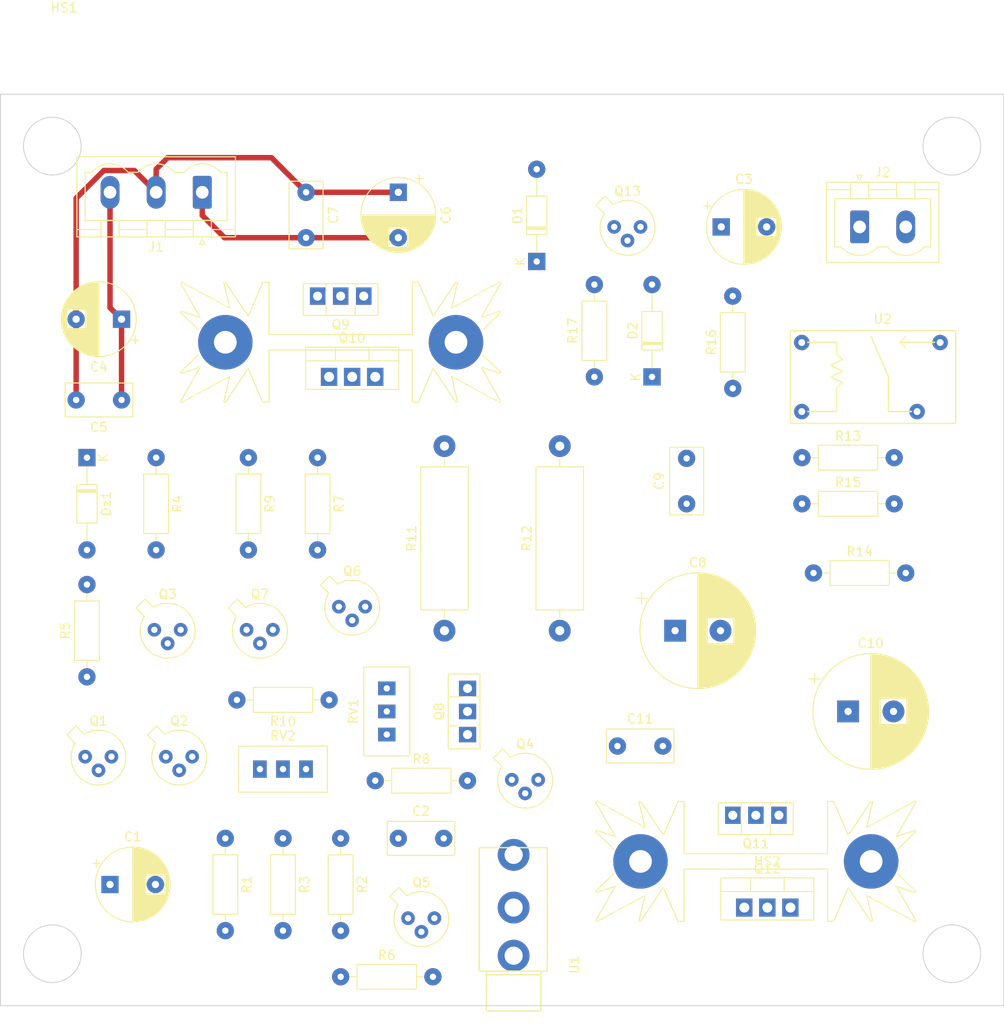
<source format=kicad_pcb>
(kicad_pcb (version 20171130) (host pcbnew "(5.1.9)-1")
  (title_block (title "Ampli Audio") (date 2021-03-17) (rev V0) (company "INSA GEI") (comment 1 "Auteurs : CROUARD - HATIBI"))
  (layers (0 F.Cu signal) (31 B.Cu signal) (34 B.Paste user) (35 F.Paste user) (36 B.SilkS user) (37 F.SilkS user) (38 B.Mask user) (39 F.Mask user) (44 Edge.Cuts user))
  (net 0 "")
  (net 1 "Net-(C1-Pad1)")
  (net 2 "Net-(C1-Pad2)")
  (net 3 "Net-(C2-Pad2)")
  (net 4 "Net-(C2-Pad1)")
  (net 5 -12V)
  (net 6 "Net-(C3-Pad1)")
  (net 7 +12V)
  (net 8 GND)
  (net 9 "Net-(D1-Pad2)")
  (net 10 "Net-(D2-Pad1)")
  (net 11 "Net-(Dz1-Pad2)")
  (net 12 "Net-(J2-Pad1)")
  (net 13 "Net-(Q1-Pad1)")
  (net 14 "Net-(Q2-Pad3)")
  (net 15 "Net-(Q2-Pad2)")
  (net 16 "Net-(Q3-Pad1)")
  (net 17 "Net-(Q4-Pad1)")
  (net 18 "Net-(Q5-Pad1)")
  (net 19 "Net-(Q6-Pad1)")
  (net 20 "Net-(Q6-Pad2)")
  (net 21 "Net-(Q6-Pad3)")
  (net 22 "Net-(Q7-Pad1)")
  (net 23 "Net-(Q8-Pad3)")
  (net 24 "Net-(Q10-Pad1)")
  (net 25 "Net-(Q10-Pad2)")
  (net 26 "Net-(Q11-Pad1)")
  (net 27 "Net-(Q11-Pad2)")
  (net 28 "Net-(R8-Pad2)")
  (net 29 "Net-(R10-Pad2)")
  (net 30 "Net-(R11-Pad2)")
  (net 31 "Net-(U1-PadTN)")
  (module CmpAmpliAudio:CP_Radial_D8.0mm_P5.00mm (layer F.Cu) (at 110.49 129.54)
    (fp_text reference C1 (at 2.5 -5.25) (layer F.SilkS))
    (fp_text value 47µ)
    (pad 1 thru_hole rect (at 0 0) (size 1.9 1.9) (drill 0.8) (layers *.Cu *.Mask) (net 1 "Net-(C1-Pad1)"))
    (pad 2 thru_hole circle (at 5 0) (size 1.9 1.9) (drill 0.8) (layers *.Cu *.Mask) (net 2 "Net-(C1-Pad2)"))
  )
  (module CmpAmpliAudio:C_Rect_L7.2mm_W3.5mm_P5.00mm_FKS2_FKP2_MKS2_MKP2 (layer F.Cu) (at 142.24 124.46)
    (fp_text reference C2 (at 2.5 -3) (layer F.SilkS))
    (fp_text value C)
    (pad 2 thru_hole circle (at 5 0) (size 1.9 1.9) (drill 0.7) (layers *.Cu *.Mask) (net 3 "Net-(C2-Pad2)"))
    (pad 1 thru_hole circle (at 0 0) (size 1.9 1.9) (drill 0.7) (layers *.Cu *.Mask) (net 4 "Net-(C2-Pad1)"))
  )
  (module CmpAmpliAudio:CP_Radial_D8.0mm_P5.00mm (layer F.Cu) (at 177.8 57.15)
    (fp_text reference C3 (at 2.5 -5.25) (layer F.SilkS))
    (fp_text value 47µ)
    (pad 2 thru_hole circle (at 5 0) (size 1.9 1.9) (drill 0.8) (layers *.Cu *.Mask) (net 5 -12V))
    (pad 1 thru_hole rect (at 0 0) (size 1.9 1.9) (drill 0.8) (layers *.Cu *.Mask) (net 6 "Net-(C3-Pad1)"))
  )
  (module CmpAmpliAudio:CP_Radial_D8.0mm_P5.00mm (layer F.Cu) (at 111.76 67.31 180)
    (fp_text reference C4 (at 2.5 -5.25) (layer F.SilkS))
    (fp_text value 10µ)
    (pad 1 thru_hole rect (at 0 0 180) (size 1.9 1.9) (drill 0.8) (layers *.Cu *.Mask) (net 7 +12V))
    (pad 2 thru_hole circle (at 5 0 180) (size 1.9 1.9) (drill 0.8) (layers *.Cu *.Mask) (net 8 GND))
  )
  (module CmpAmpliAudio:C_Rect_L7.2mm_W3.5mm_P5.00mm_FKS2_FKP2_MKS2_MKP2 (layer F.Cu) (at 111.76 76.2 180)
    (fp_text reference C5 (at 2.5 -3) (layer F.SilkS))
    (fp_text value 100n)
    (pad 1 thru_hole circle (at 0 0 180) (size 1.9 1.9) (drill 0.7) (layers *.Cu *.Mask) (net 7 +12V))
    (pad 2 thru_hole circle (at 5 0 180) (size 1.9 1.9) (drill 0.7) (layers *.Cu *.Mask) (net 8 GND))
  )
  (module CmpAmpliAudio:CP_Radial_D8.0mm_P5.00mm (layer F.Cu) (at 142.24 53.34 270)
    (fp_text reference C6 (at 2.5 -5.25 90) (layer F.SilkS))
    (fp_text value 10µ)
    (pad 2 thru_hole circle (at 5 0 270) (size 1.9 1.9) (drill 0.8) (layers *.Cu *.Mask) (net 5 -12V))
    (pad 1 thru_hole rect (at 0 0 270) (size 1.9 1.9) (drill 0.8) (layers *.Cu *.Mask) (net 8 GND))
  )
  (module CmpAmpliAudio:C_Rect_L7.2mm_W3.5mm_P5.00mm_FKS2_FKP2_MKS2_MKP2 (layer F.Cu) (at 132.08 53.34 270)
    (fp_text reference C7 (at 2.5 -3 90) (layer F.SilkS))
    (fp_text value 100n)
    (pad 1 thru_hole circle (at 0 0 270) (size 1.9 1.9) (drill 0.7) (layers *.Cu *.Mask) (net 8 GND))
    (pad 2 thru_hole circle (at 5 0 270) (size 1.9 1.9) (drill 0.7) (layers *.Cu *.Mask) (net 5 -12V))
  )
  (module CmpAmpliAudio:CP_Radial_D12.5mm_P5.00mm (layer F.Cu) (at 172.72 101.6)
    (fp_text reference C8 (at 2.5 -7.5) (layer F.SilkS))
    (fp_text value 470µ)
    (pad 2 thru_hole circle (at 5 0) (size 2.4 2.4) (drill 0.8) (layers *.Cu *.Mask) (net 8 GND))
    (pad 1 thru_hole rect (at 0 0) (size 2.4 2.4) (drill 0.8) (layers *.Cu *.Mask) (net 7 +12V))
  )
  (module CmpAmpliAudio:C_Rect_L7.2mm_W3.5mm_P5.00mm_FKS2_FKP2_MKS2_MKP2 (layer F.Cu) (at 173.99 87.63 90)
    (fp_text reference C9 (at 2.5 -3 90) (layer F.SilkS))
    (fp_text value 100n)
    (pad 1 thru_hole circle (at 0 0 90) (size 1.9 1.9) (drill 0.7) (layers *.Cu *.Mask) (net 7 +12V))
    (pad 2 thru_hole circle (at 5 0 90) (size 1.9 1.9) (drill 0.7) (layers *.Cu *.Mask) (net 8 GND))
  )
  (module CmpAmpliAudio:CP_Radial_D12.5mm_P5.00mm (layer F.Cu) (at 191.77 110.49)
    (fp_text reference C10 (at 2.5 -7.5) (layer F.SilkS))
    (fp_text value 470µ)
    (pad 1 thru_hole rect (at 0 0) (size 2.4 2.4) (drill 0.8) (layers *.Cu *.Mask) (net 8 GND))
    (pad 2 thru_hole circle (at 5 0) (size 2.4 2.4) (drill 0.8) (layers *.Cu *.Mask) (net 5 -12V))
  )
  (module CmpAmpliAudio:C_Rect_L7.2mm_W3.5mm_P5.00mm_FKS2_FKP2_MKS2_MKP2 (layer F.Cu) (at 166.37 114.3)
    (fp_text reference C11 (at 2.5 -3) (layer F.SilkS))
    (fp_text value 100n)
    (pad 2 thru_hole circle (at 5 0) (size 1.9 1.9) (drill 0.7) (layers *.Cu *.Mask) (net 5 -12V))
    (pad 1 thru_hole circle (at 0 0) (size 1.9 1.9) (drill 0.7) (layers *.Cu *.Mask) (net 8 GND))
  )
  (module CmpAmpliAudio:D_DO-35_SOD27_P10.16mm_Horizontal (layer F.Cu) (at 157.48 60.96 90)
    (fp_text reference D1 (at 5.08 -2.12 90) (layer F.SilkS))
    (fp_text value 1N4148)
    (fp_text user K (at 0 -1.8 90) (layer F.SilkS))
    (pad 2 thru_hole oval (at 10.16 0 90) (size 1.9 1.9) (drill 0.7) (layers *.Cu *.Mask) (net 9 "Net-(D1-Pad2)"))
    (pad 1 thru_hole rect (at 0 0 90) (size 1.9 1.9) (drill 0.7) (layers *.Cu *.Mask) (net 7 +12V))
  )
  (module CmpAmpliAudio:D_DO-35_SOD27_P10.16mm_Horizontal (layer F.Cu) (at 170.18 73.66 90)
    (fp_text reference D2 (at 5.08 -2.12 90) (layer F.SilkS))
    (fp_text value 1N4148)
    (fp_text user K (at 0 -1.8 90) (layer F.SilkS))
    (pad 1 thru_hole rect (at 0 0 90) (size 1.9 1.9) (drill 0.7) (layers *.Cu *.Mask) (net 10 "Net-(D2-Pad1)"))
    (pad 2 thru_hole oval (at 10.16 0 90) (size 1.9 1.9) (drill 0.7) (layers *.Cu *.Mask) (net 6 "Net-(C3-Pad1)"))
  )
  (module CmpAmpliAudio:D_DO-35_SOD27_P10.16mm_Horizontal (layer F.Cu) (at 107.95 82.55 270)
    (fp_text reference Dz1 (at 5.08 -2.12 90) (layer F.SilkS))
    (fp_text value BZX55C5V1)
    (fp_text user K (at 0 -1.8 90) (layer F.SilkS))
    (pad 1 thru_hole rect (at 0 0 270) (size 1.9 1.9) (drill 0.7) (layers *.Cu *.Mask) (net 7 +12V))
    (pad 2 thru_hole oval (at 10.16 0 270) (size 1.9 1.9) (drill 0.7) (layers *.Cu *.Mask) (net 11 "Net-(Dz1-Pad2)"))
  )
  (module CmpAmpliAudio:Heatsink_Fischer_SK104-STC-STIC_35x13mm_2xDrill2.5mm (layer F.Cu) (at 135.89 69.85 180)
    (fp_text reference HS1 (at 30.48 36.83) (layer F.SilkS))
    (fp_text value Heatsink)
    (pad 1 thru_hole circle (at 12.7 0 180) (size 6 6) (drill 2.5) (layers *.Cu *.Mask))
    (pad 1 thru_hole circle (at -12.7 0) (size 6 6) (drill 2.5) (layers *.Cu *.Mask))
  )
  (module CmpAmpliAudio:Heatsink_Fischer_SK104-STC-STIC_35x13mm_2xDrill2.5mm (layer F.Cu) (at 181.61 127 180)
    (fp_text reference HS2 (at -1.27 0) (layer F.SilkS))
    (fp_text value Heatsink)
    (pad 1 thru_hole circle (at -12.7 0) (size 6 6) (drill 2.5) (layers *.Cu *.Mask))
    (pad 1 thru_hole circle (at 12.7 0 180) (size 6 6) (drill 2.5) (layers *.Cu *.Mask))
  )
  (module CmpAmpliAudio:PhoenixContact_MSTBVA_2,5_3-G-5,08_1x03_P5.08mm_Vertical (layer F.Cu) (at 120.65 53.34 180)
    (fp_text reference J1 (at 5.08 -6) (layer F.SilkS))
    (fp_text value Conn_01x03)
    (pad 1 thru_hole roundrect (at 0 0 180) (size 2.08 3.6) (drill 1.4) (layers *.Cu *.Mask) (roundrect_rratio 0.120192) (net 5 -12V))
    (pad 2 thru_hole oval (at 5.08 0 180) (size 2.08 3.6) (drill 1.4) (layers *.Cu *.Mask) (net 8 GND))
    (pad 3 thru_hole oval (at 10.16 0 180) (size 2.08 3.6) (drill 1.4) (layers *.Cu *.Mask) (net 7 +12V))
  )
  (module CmpAmpliAudio:PhoenixContact_MSTBVA_2,5_2-G-5,08_1x02_P5.08mm_Vertical (layer F.Cu) (at 193.04 57.15)
    (fp_text reference J2 (at 2.54 -6) (layer F.SilkS))
    (fp_text value Conn_01x02)
    (pad 1 thru_hole roundrect (at 0 0) (size 2.08 3.6) (drill 1.4) (layers *.Cu *.Mask) (roundrect_rratio 0.120192) (net 12 "Net-(J2-Pad1)"))
    (pad 2 thru_hole oval (at 5.08 0) (size 2.08 3.6) (drill 1.4) (layers *.Cu *.Mask) (net 8 GND))
  )
  (module CmpAmpliAudio:TO-18-3 (layer F.Cu) (at 107.95 115.57)
    (fp_text reference Q1 (at 1.27 -4.02) (layer F.SilkS))
    (fp_text value 2N2907)
    (pad 1 thru_hole circle (at -0.2 -0.1) (size 1.5 1.5) (drill 0.7) (layers *.Cu *.Mask) (net 13 "Net-(Q1-Pad1)"))
    (pad 2 thru_hole circle (at 1.27 1.4) (size 1.5 1.5) (drill 0.7) (layers *.Cu *.Mask) (net 1 "Net-(C1-Pad1)"))
    (pad 3 thru_hole circle (at 2.7 -0.1) (size 1.5 1.5) (drill 0.7) (layers *.Cu *.Mask) (net 3 "Net-(C2-Pad2)"))
  )
  (module CmpAmpliAudio:TO-18-3 (layer F.Cu) (at 116.84 115.57)
    (fp_text reference Q2 (at 1.27 -4.02) (layer F.SilkS))
    (fp_text value 2N2907)
    (pad 3 thru_hole circle (at 2.7 -0.1) (size 1.5 1.5) (drill 0.7) (layers *.Cu *.Mask) (net 14 "Net-(Q2-Pad3)"))
    (pad 2 thru_hole circle (at 1.27 1.4) (size 1.5 1.5) (drill 0.7) (layers *.Cu *.Mask) (net 15 "Net-(Q2-Pad2)"))
    (pad 1 thru_hole circle (at -0.2 -0.1) (size 1.5 1.5) (drill 0.7) (layers *.Cu *.Mask) (net 13 "Net-(Q1-Pad1)"))
  )
  (module CmpAmpliAudio:TO-18-3 (layer F.Cu) (at 115.57 101.6)
    (fp_text reference Q3 (at 1.27 -4.02) (layer F.SilkS))
    (fp_text value 2N2907)
    (pad 1 thru_hole circle (at -0.2 -0.1) (size 1.5 1.5) (drill 0.7) (layers *.Cu *.Mask) (net 16 "Net-(Q3-Pad1)"))
    (pad 2 thru_hole circle (at 1.27 1.4) (size 1.5 1.5) (drill 0.7) (layers *.Cu *.Mask) (net 11 "Net-(Dz1-Pad2)"))
    (pad 3 thru_hole circle (at 2.7 -0.1) (size 1.5 1.5) (drill 0.7) (layers *.Cu *.Mask) (net 13 "Net-(Q1-Pad1)"))
  )
  (module CmpAmpliAudio:TO-18-3 (layer F.Cu) (at 154.94 118.11)
    (fp_text reference Q4 (at 1.27 -4.02) (layer F.SilkS))
    (fp_text value 2N2222)
    (pad 3 thru_hole circle (at 2.7 -0.1) (size 1.5 1.5) (drill 0.7) (layers *.Cu *.Mask) (net 4 "Net-(C2-Pad1)"))
    (pad 2 thru_hole circle (at 1.27 1.4) (size 1.5 1.5) (drill 0.7) (layers *.Cu *.Mask) (net 3 "Net-(C2-Pad2)"))
    (pad 1 thru_hole circle (at -0.2 -0.1) (size 1.5 1.5) (drill 0.7) (layers *.Cu *.Mask) (net 17 "Net-(Q4-Pad1)"))
  )
  (module CmpAmpliAudio:TO-18-3 (layer F.Cu) (at 143.51 133.35)
    (fp_text reference Q5 (at 1.27 -4.02) (layer F.SilkS))
    (fp_text value 2N2222)
    (pad 1 thru_hole circle (at -0.2 -0.1) (size 1.5 1.5) (drill 0.7) (layers *.Cu *.Mask) (net 18 "Net-(Q5-Pad1)"))
    (pad 2 thru_hole circle (at 1.27 1.4) (size 1.5 1.5) (drill 0.7) (layers *.Cu *.Mask) (net 17 "Net-(Q4-Pad1)"))
    (pad 3 thru_hole circle (at 2.7 -0.1) (size 1.5 1.5) (drill 0.7) (layers *.Cu *.Mask) (net 4 "Net-(C2-Pad1)"))
  )
  (module CmpAmpliAudio:TO-18-3 (layer F.Cu) (at 135.89 99.06)
    (fp_text reference Q6 (at 1.27 -4.02) (layer F.SilkS))
    (fp_text value 2N2907)
    (pad 1 thru_hole circle (at -0.2 -0.1) (size 1.5 1.5) (drill 0.7) (layers *.Cu *.Mask) (net 19 "Net-(Q6-Pad1)"))
    (pad 2 thru_hole circle (at 1.27 1.4) (size 1.5 1.5) (drill 0.7) (layers *.Cu *.Mask) (net 20 "Net-(Q6-Pad2)"))
    (pad 3 thru_hole circle (at 2.7 -0.1) (size 1.5 1.5) (drill 0.7) (layers *.Cu *.Mask) (net 21 "Net-(Q6-Pad3)"))
  )
  (module CmpAmpliAudio:TO-18-3 (layer F.Cu) (at 125.73 101.6)
    (fp_text reference Q7 (at 1.27 -4.02) (layer F.SilkS))
    (fp_text value 2N2907)
    (pad 3 thru_hole circle (at 2.7 -0.1) (size 1.5 1.5) (drill 0.7) (layers *.Cu *.Mask) (net 20 "Net-(Q6-Pad2)"))
    (pad 2 thru_hole circle (at 1.27 1.4) (size 1.5 1.5) (drill 0.7) (layers *.Cu *.Mask) (net 20 "Net-(Q6-Pad2)"))
    (pad 1 thru_hole circle (at -0.2 -0.1) (size 1.5 1.5) (drill 0.7) (layers *.Cu *.Mask) (net 22 "Net-(Q7-Pad1)"))
  )
  (module CmpAmpliAudio:TO-126-3_Vertical (layer F.Cu) (at 149.86 113.03 90)
    (fp_text reference Q8 (at 2.54 -3.12 90) (layer F.SilkS))
    (fp_text value BD139)
    (pad 1 thru_hole rect (at 0 0 90) (size 1.7 1.9) (drill 1) (layers *.Cu *.Mask) (net 4 "Net-(C2-Pad1)"))
    (pad 2 thru_hole rect (at 2.54 0 90) (size 1.7 1.9) (drill 1) (layers *.Cu *.Mask) (net 21 "Net-(Q6-Pad3)"))
    (pad 3 thru_hole rect (at 5.08 0 90) (size 1.7 1.9) (drill 1) (layers *.Cu *.Mask) (net 23 "Net-(Q8-Pad3)"))
  )
  (module CmpAmpliAudio:TO-126-3_Vertical (layer F.Cu) (at 138.43 64.77 180)
    (fp_text reference Q9 (at 2.54 -3.12) (layer F.SilkS))
    (fp_text value BD139)
    (pad 3 thru_hole rect (at 5.08 0 180) (size 1.7 1.9) (drill 1) (layers *.Cu *.Mask) (net 21 "Net-(Q6-Pad3)"))
    (pad 2 thru_hole rect (at 2.54 0 180) (size 1.7 1.9) (drill 1) (layers *.Cu *.Mask) (net 24 "Net-(Q10-Pad1)"))
    (pad 1 thru_hole rect (at 0 0 180) (size 1.7 1.9) (drill 1) (layers *.Cu *.Mask) (net 25 "Net-(Q10-Pad2)"))
  )
  (module CmpAmpliAudio:TO-220-3_Vertical (layer F.Cu) (at 134.62 73.66)
    (fp_text reference Q10 (at 2.54 -4.27) (layer F.SilkS))
    (fp_text value TIP32)
    (pad 3 thru_hole rect (at 5.08 0) (size 1.8 2) (drill 1.1) (layers *.Cu *.Mask) (net 7 +12V))
    (pad 2 thru_hole rect (at 2.54 0) (size 1.8 2) (drill 1.1) (layers *.Cu *.Mask) (net 25 "Net-(Q10-Pad2)"))
    (pad 1 thru_hole rect (at 0 0) (size 1.8 2) (drill 1.1) (layers *.Cu *.Mask) (net 24 "Net-(Q10-Pad1)"))
  )
  (module CmpAmpliAudio:TO-126-3_Vertical (layer F.Cu) (at 184.15 121.92 180)
    (fp_text reference Q11 (at 2.54 -3.12) (layer F.SilkS))
    (fp_text value BD138)
    (pad 1 thru_hole rect (at 0 0 180) (size 1.7 1.9) (drill 1) (layers *.Cu *.Mask) (net 26 "Net-(Q11-Pad1)"))
    (pad 2 thru_hole rect (at 2.54 0 180) (size 1.7 1.9) (drill 1) (layers *.Cu *.Mask) (net 27 "Net-(Q11-Pad2)"))
    (pad 3 thru_hole rect (at 5.08 0 180) (size 1.7 1.9) (drill 1) (layers *.Cu *.Mask) (net 4 "Net-(C2-Pad1)"))
  )
  (module CmpAmpliAudio:TO-220-3_Vertical (layer F.Cu) (at 180.34 132.08)
    (fp_text reference Q12 (at 2.54 -4.27) (layer F.SilkS))
    (fp_text value TIP31)
    (pad 1 thru_hole rect (at 0 0) (size 1.8 2) (drill 1.1) (layers *.Cu *.Mask) (net 27 "Net-(Q11-Pad2)"))
    (pad 2 thru_hole rect (at 2.54 0) (size 1.8 2) (drill 1.1) (layers *.Cu *.Mask) (net 26 "Net-(Q11-Pad1)"))
    (pad 3 thru_hole rect (at 5.08 0) (size 1.8 2) (drill 1.1) (layers *.Cu *.Mask) (net 5 -12V))
  )
  (module CmpAmpliAudio:TO-18-3 (layer F.Cu) (at 166.21 57.25)
    (fp_text reference Q13 (at 1.27 -4.02) (layer F.SilkS))
    (fp_text value 2N2222)
    (pad 3 thru_hole circle (at 2.7 -0.1) (size 1.5 1.5) (drill 0.7) (layers *.Cu *.Mask) (net 9 "Net-(D1-Pad2)"))
    (pad 2 thru_hole circle (at 1.27 1.4) (size 1.5 1.5) (drill 0.7) (layers *.Cu *.Mask) (net 10 "Net-(D2-Pad1)"))
    (pad 1 thru_hole circle (at -0.2 -0.1) (size 1.5 1.5) (drill 0.7) (layers *.Cu *.Mask) (net 8 GND))
  )
  (module CmpAmpliAudio:R_Axial_DIN0207_L6.3mm_D2.5mm_P10.16mm_Horizontal (layer F.Cu) (at 123.19 124.46 270)
    (fp_text reference R1 (at 5.08 -2.37 90) (layer F.SilkS))
    (fp_text value R)
    (pad 2 thru_hole circle (at 10.16 0 270) (size 1.9 1.9) (drill 0.7) (layers *.Cu *.Mask) (net 8 GND))
    (pad 1 thru_hole circle (at 0 0 270) (size 1.9 1.9) (drill 0.7) (layers *.Cu *.Mask) (net 1 "Net-(C1-Pad1)"))
  )
  (module CmpAmpliAudio:R_Axial_DIN0207_L6.3mm_D2.5mm_P10.16mm_Horizontal (layer F.Cu) (at 135.89 124.46 270)
    (fp_text reference R2 (at 5.08 -2.37 90) (layer F.SilkS))
    (fp_text value R)
    (pad 1 thru_hole circle (at 0 0 270) (size 1.9 1.9) (drill 0.7) (layers *.Cu *.Mask) (net 3 "Net-(C2-Pad2)"))
    (pad 2 thru_hole circle (at 10.16 0 270) (size 1.9 1.9) (drill 0.7) (layers *.Cu *.Mask) (net 5 -12V))
  )
  (module CmpAmpliAudio:R_Axial_DIN0207_L6.3mm_D2.5mm_P10.16mm_Horizontal (layer F.Cu) (at 129.54 124.46 270)
    (fp_text reference R3 (at 5.08 -2.37 90) (layer F.SilkS))
    (fp_text value R)
    (pad 2 thru_hole circle (at 10.16 0 270) (size 1.9 1.9) (drill 0.7) (layers *.Cu *.Mask) (net 5 -12V))
    (pad 1 thru_hole circle (at 0 0 270) (size 1.9 1.9) (drill 0.7) (layers *.Cu *.Mask) (net 14 "Net-(Q2-Pad3)"))
  )
  (module CmpAmpliAudio:R_Axial_DIN0207_L6.3mm_D2.5mm_P10.16mm_Horizontal (layer F.Cu) (at 115.57 82.55 270)
    (fp_text reference R4 (at 5.08 -2.37 90) (layer F.SilkS))
    (fp_text value R)
    (pad 1 thru_hole circle (at 0 0 270) (size 1.9 1.9) (drill 0.7) (layers *.Cu *.Mask) (net 7 +12V))
    (pad 2 thru_hole circle (at 10.16 0 270) (size 1.9 1.9) (drill 0.7) (layers *.Cu *.Mask) (net 16 "Net-(Q3-Pad1)"))
  )
  (module CmpAmpliAudio:R_Axial_DIN0207_L6.3mm_D2.5mm_P10.16mm_Horizontal (layer F.Cu) (at 107.95 106.68 90)
    (fp_text reference R5 (at 5.08 -2.37 90) (layer F.SilkS))
    (fp_text value R)
    (pad 1 thru_hole circle (at 0 0 90) (size 1.9 1.9) (drill 0.7) (layers *.Cu *.Mask) (net 11 "Net-(Dz1-Pad2)"))
    (pad 2 thru_hole circle (at 10.16 0 90) (size 1.9 1.9) (drill 0.7) (layers *.Cu *.Mask) (net 8 GND))
  )
  (module CmpAmpliAudio:R_Axial_DIN0207_L6.3mm_D2.5mm_P10.16mm_Horizontal (layer F.Cu) (at 135.89 139.7)
    (fp_text reference R6 (at 5.08 -2.37) (layer F.SilkS))
    (fp_text value R)
    (pad 2 thru_hole circle (at 10.16 0) (size 1.9 1.9) (drill 0.7) (layers *.Cu *.Mask) (net 5 -12V))
    (pad 1 thru_hole circle (at 0 0) (size 1.9 1.9) (drill 0.7) (layers *.Cu *.Mask) (net 18 "Net-(Q5-Pad1)"))
  )
  (module CmpAmpliAudio:R_Axial_DIN0207_L6.3mm_D2.5mm_P10.16mm_Horizontal (layer F.Cu) (at 133.35 82.55 270)
    (fp_text reference R7 (at 5.08 -2.37 90) (layer F.SilkS))
    (fp_text value R)
    (pad 2 thru_hole circle (at 10.16 0 270) (size 1.9 1.9) (drill 0.7) (layers *.Cu *.Mask) (net 19 "Net-(Q6-Pad1)"))
    (pad 1 thru_hole circle (at 0 0 270) (size 1.9 1.9) (drill 0.7) (layers *.Cu *.Mask) (net 7 +12V))
  )
  (module CmpAmpliAudio:R_Axial_DIN0207_L6.3mm_D2.5mm_P10.16mm_Horizontal (layer F.Cu) (at 139.7 118.11)
    (fp_text reference R8 (at 5.08 -2.37) (layer F.SilkS))
    (fp_text value R)
    (pad 1 thru_hole circle (at 0 0) (size 1.9 1.9) (drill 0.7) (layers *.Cu *.Mask) (net 4 "Net-(C2-Pad1)"))
    (pad 2 thru_hole circle (at 10.16 0) (size 1.9 1.9) (drill 0.7) (layers *.Cu *.Mask) (net 28 "Net-(R8-Pad2)"))
  )
  (module CmpAmpliAudio:R_Axial_DIN0207_L6.3mm_D2.5mm_P10.16mm_Horizontal (layer F.Cu) (at 125.73 82.55 270)
    (fp_text reference R9 (at 5.08 -2.37 90) (layer F.SilkS))
    (fp_text value R)
    (pad 1 thru_hole circle (at 0 0 270) (size 1.9 1.9) (drill 0.7) (layers *.Cu *.Mask) (net 7 +12V))
    (pad 2 thru_hole circle (at 10.16 0 270) (size 1.9 1.9) (drill 0.7) (layers *.Cu *.Mask) (net 22 "Net-(Q7-Pad1)"))
  )
  (module CmpAmpliAudio:R_Axial_DIN0207_L6.3mm_D2.5mm_P10.16mm_Horizontal (layer F.Cu) (at 134.62 109.22 180)
    (fp_text reference R10 (at 5.08 -2.37) (layer F.SilkS))
    (fp_text value R)
    (pad 1 thru_hole circle (at 0 0 180) (size 1.9 1.9) (drill 0.7) (layers *.Cu *.Mask) (net 20 "Net-(Q6-Pad2)"))
    (pad 2 thru_hole circle (at 10.16 0 180) (size 1.9 1.9) (drill 0.7) (layers *.Cu *.Mask) (net 29 "Net-(R10-Pad2)"))
  )
  (module CmpAmpliAudio:R_Axial_DIN0516_L15.5mm_D5.0mm_P20.32mm_Horizontal (layer F.Cu) (at 147.32 101.6 90)
    (fp_text reference R11 (at 10.16 -3.62 90) (layer F.SilkS))
    (fp_text value R)
    (pad 2 thru_hole oval (at 20.32 0 90) (size 2.4 2.4) (drill 1) (layers *.Cu *.Mask) (net 30 "Net-(R11-Pad2)"))
    (pad 1 thru_hole circle (at 0 0 90) (size 2.4 2.4) (drill 1) (layers *.Cu *.Mask) (net 25 "Net-(Q10-Pad2)"))
  )
  (module CmpAmpliAudio:R_Axial_DIN0516_L15.5mm_D5.0mm_P20.32mm_Horizontal (layer F.Cu) (at 160.02 101.6 90)
    (fp_text reference R12 (at 10.16 -3.62 90) (layer F.SilkS))
    (fp_text value R)
    (pad 1 thru_hole circle (at 0 0 90) (size 2.4 2.4) (drill 1) (layers *.Cu *.Mask) (net 30 "Net-(R11-Pad2)"))
    (pad 2 thru_hole oval (at 20.32 0 90) (size 2.4 2.4) (drill 1) (layers *.Cu *.Mask) (net 26 "Net-(Q11-Pad1)"))
  )
  (module CmpAmpliAudio:R_Axial_DIN0207_L6.3mm_D2.5mm_P10.16mm_Horizontal (layer F.Cu) (at 186.69 82.55)
    (fp_text reference R13 (at 5.08 -2.37) (layer F.SilkS))
    (fp_text value R)
    (pad 1 thru_hole circle (at 0 0) (size 1.9 1.9) (drill 0.7) (layers *.Cu *.Mask) (net 30 "Net-(R11-Pad2)"))
    (pad 2 thru_hole circle (at 10.16 0) (size 1.9 1.9) (drill 0.7) (layers *.Cu *.Mask) (net 8 GND))
  )
  (module CmpAmpliAudio:R_Axial_DIN0207_L6.3mm_D2.5mm_P10.16mm_Horizontal (layer F.Cu) (at 187.96 95.25)
    (fp_text reference R14 (at 5.08 -2.37) (layer F.SilkS))
    (fp_text value R)
    (pad 2 thru_hole circle (at 10.16 0) (size 1.9 1.9) (drill 0.7) (layers *.Cu *.Mask) (net 15 "Net-(Q2-Pad2)"))
    (pad 1 thru_hole circle (at 0 0) (size 1.9 1.9) (drill 0.7) (layers *.Cu *.Mask) (net 30 "Net-(R11-Pad2)"))
  )
  (module CmpAmpliAudio:R_Axial_DIN0207_L6.3mm_D2.5mm_P10.16mm_Horizontal (layer F.Cu) (at 186.69 87.63)
    (fp_text reference R15 (at 5.08 -2.37) (layer F.SilkS))
    (fp_text value R)
    (pad 1 thru_hole circle (at 0 0) (size 1.9 1.9) (drill 0.7) (layers *.Cu *.Mask) (net 15 "Net-(Q2-Pad2)"))
    (pad 2 thru_hole circle (at 10.16 0) (size 1.9 1.9) (drill 0.7) (layers *.Cu *.Mask) (net 8 GND))
  )
  (module CmpAmpliAudio:R_Axial_DIN0207_L6.3mm_D2.5mm_P10.16mm_Horizontal (layer F.Cu) (at 179.07 74.93 90)
    (fp_text reference R16 (at 5.08 -2.37 90) (layer F.SilkS))
    (fp_text value R)
    (pad 2 thru_hole circle (at 10.16 0 90) (size 1.9 1.9) (drill 0.7) (layers *.Cu *.Mask) (net 6 "Net-(C3-Pad1)"))
    (pad 1 thru_hole circle (at 0 0 90) (size 1.9 1.9) (drill 0.7) (layers *.Cu *.Mask) (net 7 +12V))
  )
  (module CmpAmpliAudio:R_Axial_DIN0207_L6.3mm_D2.5mm_P10.16mm_Horizontal (layer F.Cu) (at 163.83 73.66 90)
    (fp_text reference R17 (at 5.08 -2.37 90) (layer F.SilkS))
    (fp_text value R)
    (pad 2 thru_hole circle (at 10.16 0 90) (size 1.9 1.9) (drill 0.7) (layers *.Cu *.Mask) (net 8 GND))
    (pad 1 thru_hole circle (at 0 0 90) (size 1.9 1.9) (drill 0.7) (layers *.Cu *.Mask) (net 10 "Net-(D2-Pad1)"))
  )
  (module CmpAmpliAudio:Potentiometer_Bourns_3296W_Vertical (layer F.Cu) (at 140.97 107.95 90)
    (fp_text reference RV1 (at -2.54 -3.66 90) (layer F.SilkS))
    (fp_text value R_POT)
    (pad 3 thru_hole rect (at -5.08 0 90) (size 1.5 1.9) (drill 0.7) (layers *.Cu *.Mask) (net 28 "Net-(R8-Pad2)"))
    (pad 2 thru_hole rect (at -2.54 0 90) (size 1.5 1.9) (drill 0.7) (layers *.Cu *.Mask) (net 23 "Net-(Q8-Pad3)"))
    (pad 1 thru_hole rect (at 0 0 90) (size 1.5 1.9) (drill 0.7) (layers *.Cu *.Mask) (net 21 "Net-(Q6-Pad3)"))
  )
  (module CmpAmpliAudio:Potentiometer_Bourns_3296W_Vertical (layer F.Cu) (at 132.08 116.84)
    (fp_text reference RV2 (at -2.54 -3.66) (layer F.SilkS))
    (fp_text value R_POT)
    (pad 1 thru_hole rect (at 0 0) (size 1.5 1.9) (drill 0.7) (layers *.Cu *.Mask) (net 29 "Net-(R10-Pad2)"))
    (pad 2 thru_hole rect (at -2.54 0) (size 1.5 1.9) (drill 0.7) (layers *.Cu *.Mask) (net 29 "Net-(R10-Pad2)"))
    (pad 3 thru_hole rect (at -5.08 0) (size 1.5 1.9) (drill 0.7) (layers *.Cu *.Mask) (net 8 GND))
  )
  (module CmpAmpliAudio:Jack_35RAPC2AV (layer F.Cu) (at 154.94 139.48 90)
    (fp_text reference U1 (at 1.1 6.7 90) (layer F.SilkS))
    (fp_text value Jack_Mono)
    (pad TN thru_hole circle (at 13.2 0 90) (size 3.5 3.5) (drill 2) (layers *.Cu *.Mask) (net 31 "Net-(U1-PadTN)"))
    (pad G thru_hole circle (at 2.1 0 90) (size 3.5 3.5) (drill 2) (layers *.Cu *.Mask) (net 8 GND))
    (pad T thru_hole circle (at 7.4 0 90) (size 3.5 3.5) (drill 2) (layers *.Cu *.Mask) (net 2 "Net-(C1-Pad2)"))
  )
  (module Routage_Ampli:Relay_CT (layer F.Cu) (at 194.31 67.31)
    (fp_text reference U2 (at 1.27 0) (layer F.SilkS))
    (fp_text value Relay_1CT)
    (pad c2 thru_hole circle (at 5.06 10.17 90) (size 1.7 1.7) (drill 0.762) (layers *.Cu *.Mask) (net 12 "Net-(J2-Pad1)"))
    (pad c1 thru_hole circle (at 7.6 2.57) (size 1.7 1.7) (drill 0.762) (layers *.Cu *.Mask) (net 30 "Net-(R11-Pad2)"))
    (pad b2 thru_hole circle (at -7.64 10.17) (size 1.7 1.7) (drill 0.762) (layers *.Cu *.Mask) (net 7 +12V))
    (pad b1 thru_hole circle (at -7.64 2.57) (size 1.7 1.7) (drill 0.762) (layers *.Cu *.Mask) (net 9 "Net-(D1-Pad2)"))
  )
  (gr_circle (center 203.2 48.26) (end 203.2 51.435) (layer Edge.Cuts) (width 0.1))
  (gr_circle (center 203.2 137.16) (end 203.2 140.335) (layer Edge.Cuts) (width 0.1))
  (gr_circle (center 104.14 137.16) (end 104.14 140.335) (layer Edge.Cuts) (width 0.1))
  (gr_circle (center 104.14 48.26) (end 107.315 48.26) (layer Edge.Cuts) (width 0.1))
  (gr_line (start 208.915 42.545) (end 98.425 42.545) (layer Edge.Cuts) (width 0.1))
  (gr_line (start 208.915 142.875) (end 208.915 42.545) (layer Edge.Cuts) (width 0.1))
  (gr_line (start 98.425 142.875) (end 208.915 142.875) (layer Edge.Cuts) (width 0.1))
  (gr_line (start 98.425 42.545) (end 98.425 142.875) (layer Edge.Cuts) (width 0.1))
  (segment (start 120.65 53.34) (end 120.65 55.88) (width 0.6) (layer F.Cu) (net 5))
  (segment (start 123.11 58.34) (end 132.08 58.34) (width 0.6) (layer F.Cu) (net 5))
  (segment (start 120.65 55.88) (end 123.11 58.34) (width 0.6) (layer F.Cu) (net 5))
  (segment (start 132.08 58.34) (end 142.24 58.34) (width 0.6) (layer F.Cu) (net 5))
  (segment (start 110.49 66.04) (end 111.76 67.31) (width 0.6) (layer F.Cu) (net 7))
  (segment (start 110.49 53.34) (end 110.49 66.04) (width 0.6) (layer F.Cu) (net 7))
  (segment (start 111.76 67.31) (end 111.76 76.2) (width 0.6) (layer F.Cu) (net 7))
  (segment (start 106.76 53.990676) (end 106.76 67.31) (width 0.6) (layer F.Cu) (net 8))
  (segment (start 109.810686 50.93999) (end 106.76 53.990676) (width 0.6) (layer F.Cu) (net 8))
  (segment (start 113.16999 50.93999) (end 109.810686 50.93999) (width 0.6) (layer F.Cu) (net 8))
  (segment (start 115.57 53.34) (end 113.16999 50.93999) (width 0.6) (layer F.Cu) (net 8))
  (segment (start 115.57 53.34) (end 115.57 50.8) (width 0.6) (layer F.Cu) (net 8))
  (segment (start 115.57 50.8) (end 116.84 49.53) (width 0.6) (layer F.Cu) (net 8))
  (segment (start 128.27 49.53) (end 132.08 53.34) (width 0.6) (layer F.Cu) (net 8))
  (segment (start 116.84 49.53) (end 128.27 49.53) (width 0.6) (layer F.Cu) (net 8))
  (segment (start 132.08 53.34) (end 142.24 53.34) (width 0.6) (layer F.Cu) (net 8))
  (segment (start 106.76 67.31) (end 106.76 76.2) (width 0.6) (layer F.Cu) (net 8))
)
</source>
